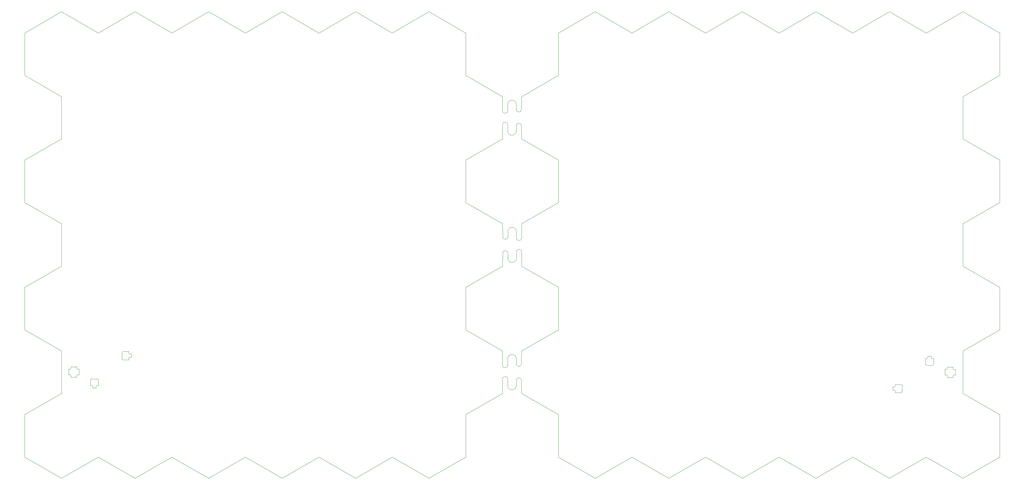
<source format=gbr>
%TF.GenerationSoftware,KiCad,Pcbnew,7.0.9*%
%TF.CreationDate,2023-12-25T02:24:27+05:30*%
%TF.ProjectId,HiveKB,48697665-4b42-42e6-9b69-6361645f7063,rev?*%
%TF.SameCoordinates,Original*%
%TF.FileFunction,Profile,NP*%
%FSLAX46Y46*%
G04 Gerber Fmt 4.6, Leading zero omitted, Abs format (unit mm)*
G04 Created by KiCad (PCBNEW 7.0.9) date 2023-12-25 02:24:27*
%MOMM*%
%LPD*%
G01*
G04 APERTURE LIST*
%TA.AperFunction,Profile*%
%ADD10C,0.100000*%
%TD*%
%TA.AperFunction,Profile*%
%ADD11C,0.120000*%
%TD*%
G04 APERTURE END LIST*
D10*
X289081672Y-203263530D02*
X299831688Y-197057010D01*
X219081576Y-137391810D02*
X219031569Y-141198251D01*
X364331784Y-72926610D02*
X364331784Y-85339650D01*
X224531576Y-174630930D02*
X224581576Y-178437450D01*
X154531480Y-203263530D02*
X143781464Y-197057010D01*
X219031576Y-170200930D02*
X219031570Y-166024331D01*
X208281367Y-197056933D02*
X197531369Y-203263450D01*
X208281367Y-197056933D02*
X208281554Y-184643893D01*
X219081576Y-132591810D02*
X219031575Y-128785210D01*
X353581768Y-66720090D02*
X364331784Y-72926610D01*
X208281557Y-85339572D02*
X208281368Y-72926615D01*
X224581576Y-137021810D02*
X224581576Y-141198330D01*
X143781371Y-72926613D02*
X154531372Y-66720095D01*
X364331784Y-110165730D02*
X364331784Y-122578770D01*
X197531369Y-203263450D02*
X186781375Y-197056929D01*
X332081736Y-66720090D02*
X342831752Y-72926610D01*
X208281559Y-110165650D02*
X219031575Y-103959130D01*
X235331592Y-72926610D02*
X246081608Y-66720090D01*
X90031384Y-178437450D02*
X79281368Y-184643970D01*
X79281369Y-72926614D02*
X90031367Y-66720097D01*
X289081672Y-66720090D02*
X299831688Y-72926610D01*
X364331784Y-184643970D02*
X353581768Y-178437450D01*
X79281368Y-85339647D02*
X79281369Y-72926614D01*
X219031570Y-166024331D02*
X208281555Y-159817813D01*
X100781369Y-72926611D02*
X111531374Y-66720096D01*
X224581576Y-178437450D02*
X235331592Y-184643970D01*
X342831752Y-72926610D02*
X353581768Y-66720090D01*
X299831688Y-72926610D02*
X310581704Y-66720090D01*
X219031575Y-128785210D02*
X208281559Y-122578690D01*
X310581704Y-203263530D02*
X321331720Y-197057010D01*
X90031368Y-128785257D02*
X79281371Y-122578742D01*
X278331656Y-197057010D02*
X289081672Y-203263530D01*
X90031366Y-103959195D02*
X90031368Y-91546161D01*
X219031576Y-178437367D02*
X219031576Y-174260930D01*
X342831752Y-197057010D02*
X353581768Y-203263530D01*
X353581768Y-128785290D02*
X353581768Y-141198330D01*
X176031374Y-66720093D02*
X186781369Y-72926614D01*
X90031384Y-203263530D02*
X100781400Y-197057010D01*
X235331592Y-85339650D02*
X224581576Y-91546170D01*
X208281554Y-147404771D02*
X219031569Y-141198251D01*
X165281369Y-72926616D02*
X176031374Y-66720093D01*
X353581768Y-141198330D02*
X364331784Y-147404850D01*
X79281371Y-122578742D02*
X79281370Y-110165710D01*
X267581640Y-66720090D02*
X278331656Y-72926610D01*
X208281554Y-184643893D02*
X219031576Y-178437367D01*
X353581768Y-178437450D02*
X353581768Y-166024410D01*
X321331720Y-72926610D02*
X332081736Y-66720090D01*
X79281368Y-147404850D02*
X79281368Y-159817890D01*
X256831624Y-72926610D02*
X267581640Y-66720090D01*
X235331592Y-122578770D02*
X224581576Y-128785290D01*
X90031384Y-166024410D02*
X90031384Y-178437450D01*
X235331592Y-110165730D02*
X235331592Y-122578770D01*
X224581576Y-103959210D02*
X224531576Y-100152690D01*
X235331592Y-147404850D02*
X235331592Y-159817890D01*
X256831624Y-197057010D02*
X267581640Y-203263530D01*
X235331592Y-184643970D02*
X235331592Y-197057010D01*
X267581640Y-203263530D02*
X278331656Y-197057010D01*
X122281369Y-72926614D02*
X133031371Y-66720099D01*
X364331784Y-85339650D02*
X353581768Y-91546170D01*
X224581576Y-132961810D02*
X224581576Y-128785290D01*
X186781375Y-197056929D02*
X176031512Y-203263530D01*
X353581768Y-203263530D02*
X364331784Y-197057010D01*
X353581768Y-103959210D02*
X364331784Y-110165730D01*
X154531372Y-66720095D02*
X165281369Y-72926616D01*
X219031575Y-91546090D02*
X208281557Y-85339572D01*
X278331656Y-72926610D02*
X289081672Y-66720090D01*
X219031576Y-99782690D02*
X219031575Y-103959130D01*
X299831688Y-197057010D02*
X310581704Y-203263530D01*
X246081608Y-203263530D02*
X256831624Y-197057010D01*
X143781464Y-197057010D02*
X133031448Y-203263530D01*
X133031448Y-203263530D02*
X122281432Y-197057010D01*
X186781369Y-72926614D02*
X197531370Y-66720091D01*
X90031384Y-141198330D02*
X79281368Y-147404850D01*
X133031371Y-66720099D02*
X143781371Y-72926613D01*
X100781400Y-197057010D02*
X111531416Y-203263530D01*
X224531576Y-95352690D02*
X224581576Y-91546170D01*
X219031575Y-91546090D02*
X219031576Y-95722690D01*
X364331784Y-122578770D02*
X353581768Y-128785290D01*
X79281368Y-184643970D02*
X79281368Y-197057010D01*
X79281368Y-159817890D02*
X90031384Y-166024410D01*
X321331720Y-197057010D02*
X332081736Y-203263530D01*
X90031368Y-91546161D02*
X79281368Y-85339647D01*
X332081736Y-203263530D02*
X342831752Y-197057010D01*
X364331784Y-197057010D02*
X364331784Y-184643970D01*
X208281559Y-122578690D02*
X208281559Y-110165650D01*
X79281370Y-110165710D02*
X90031366Y-103959195D01*
X235331592Y-159817890D02*
X224581576Y-166024410D01*
X310581704Y-66720090D02*
X321331720Y-72926610D01*
X90031367Y-66720097D02*
X100781369Y-72926611D01*
X79281368Y-197057010D02*
X90031384Y-203263530D01*
X197531370Y-66720091D02*
X208281368Y-72926615D01*
X176031512Y-203263530D02*
X165281496Y-197057010D01*
X111531374Y-66720096D02*
X122281369Y-72926614D01*
X224581576Y-103959210D02*
X235331592Y-110165730D01*
X353581768Y-91546170D02*
X353581768Y-103959210D01*
X165281496Y-197057010D02*
X154531480Y-203263530D01*
X224581576Y-166024410D02*
X224531576Y-169830930D01*
X246081608Y-66720090D02*
X256831624Y-72926610D01*
X111531416Y-203263530D02*
X122281432Y-197057010D01*
X353581768Y-166024410D02*
X364331784Y-159817890D01*
X235331592Y-72926610D02*
X235331592Y-85339650D01*
X364331784Y-159817890D02*
X364331784Y-147404850D01*
X90031368Y-128785257D02*
X90031384Y-141198330D01*
X208281555Y-159817813D02*
X208281554Y-147404771D01*
X224581576Y-141198330D02*
X235331592Y-147404850D01*
X235331592Y-197057010D02*
X246081608Y-203263530D01*
%TO.C,MB5*%
X220581576Y-131091810D02*
X220581576Y-132591810D01*
X220581576Y-137391810D02*
X220581576Y-138891810D01*
X223081576Y-132961810D02*
X223081576Y-131091810D01*
X223081576Y-138891810D02*
X223081576Y-137021810D01*
X220581576Y-137391810D02*
G75*
G03*
X219081576Y-137391810I-750000J0D01*
G01*
X223081576Y-131091810D02*
G75*
G03*
X220581576Y-131091810I-1250000J0D01*
G01*
X219081576Y-132591810D02*
G75*
G03*
X220581576Y-132591810I750000J0D01*
G01*
X224581576Y-137021810D02*
G75*
G03*
X223081576Y-137021810I-750000J0D01*
G01*
X220581576Y-138891810D02*
G75*
G03*
X223081576Y-138891810I1250000J0D01*
G01*
X223081576Y-132961810D02*
G75*
G03*
X224581576Y-132961810I750000J0D01*
G01*
D11*
%TO.C,U1*%
X100230864Y-176860855D02*
X99189464Y-176860855D01*
X98503664Y-176175055D02*
X98503664Y-174574855D01*
X100916664Y-174574855D02*
X100916664Y-176175055D01*
X98884664Y-174193855D02*
X100535664Y-174193855D01*
X94515864Y-173685855D02*
X92839464Y-173685855D01*
X92153664Y-173000055D02*
X92153664Y-171323655D01*
X95201664Y-173000055D02*
X95201664Y-171323655D01*
X94515864Y-170637855D02*
X92839464Y-170637855D01*
X109755864Y-168605855D02*
X108155664Y-168605355D01*
X107774664Y-168224355D02*
X107774664Y-166573355D01*
X110441664Y-166878655D02*
X110441664Y-167920055D01*
X108155664Y-166192355D02*
X109755864Y-166192855D01*
X100916664Y-176175055D02*
G75*
G03*
X100230864Y-176860855I-247753J-438047D01*
G01*
X99189464Y-176860855D02*
G75*
G03*
X98503664Y-176175055I-438047J247753D01*
G01*
X98884664Y-174193855D02*
G75*
G03*
X98503664Y-174574855I-1J-380999D01*
G01*
X100916664Y-174574855D02*
G75*
G03*
X100535664Y-174193855I-380999J1D01*
G01*
X95201664Y-173000055D02*
G75*
G03*
X94515864Y-173685855I-247753J-438047D01*
G01*
X92839464Y-173685855D02*
G75*
G03*
X92153664Y-173000055I-438047J247753D01*
G01*
X94515864Y-170637855D02*
G75*
G03*
X95201664Y-171323655I438047J-247753D01*
G01*
X92153664Y-171323655D02*
G75*
G03*
X92839464Y-170637855I247750J438050D01*
G01*
X110441664Y-167920055D02*
G75*
G03*
X109755864Y-168605855I-247750J-438050D01*
G01*
X107774664Y-168224355D02*
G75*
G03*
X108155664Y-168605355I381000J0D01*
G01*
X109755864Y-166192855D02*
G75*
G03*
X110441664Y-166878655I438050J-247750D01*
G01*
X108155664Y-166192355D02*
G75*
G03*
X107774664Y-166573355I0J-381000D01*
G01*
%TO.C,U2*%
X343351188Y-167567925D02*
X344392588Y-167567925D01*
X345078388Y-168253725D02*
X345078388Y-169853925D01*
X342665388Y-169853925D02*
X342665388Y-168253725D01*
X344697388Y-170234925D02*
X343046388Y-170234925D01*
X349066188Y-170742925D02*
X350742588Y-170742925D01*
X351428388Y-171428725D02*
X351428388Y-173105125D01*
X348380388Y-171428725D02*
X348380388Y-173105125D01*
X349066188Y-173790925D02*
X350742588Y-173790925D01*
X333826188Y-175822925D02*
X335426388Y-175823425D01*
X335807388Y-176204425D02*
X335807388Y-177855425D01*
X333140388Y-177550125D02*
X333140388Y-176508725D01*
X335426388Y-178236425D02*
X333826188Y-178235925D01*
X342665388Y-168253725D02*
G75*
G03*
X343351188Y-167567925I247753J438047D01*
G01*
X344392588Y-167567925D02*
G75*
G03*
X345078388Y-168253725I438047J-247753D01*
G01*
X344697388Y-170234925D02*
G75*
G03*
X345078388Y-169853925I1J380999D01*
G01*
X342665388Y-169853925D02*
G75*
G03*
X343046388Y-170234925I380999J-1D01*
G01*
X348380388Y-171428725D02*
G75*
G03*
X349066188Y-170742925I247753J438047D01*
G01*
X350742588Y-170742925D02*
G75*
G03*
X351428388Y-171428725I438047J-247753D01*
G01*
X349066188Y-173790925D02*
G75*
G03*
X348380388Y-173105125I-438047J247753D01*
G01*
X351428388Y-173105125D02*
G75*
G03*
X350742588Y-173790925I-247750J-438050D01*
G01*
X333140388Y-176508725D02*
G75*
G03*
X333826188Y-175822925I247750J438050D01*
G01*
X335807388Y-176204425D02*
G75*
G03*
X335426388Y-175823425I-381000J0D01*
G01*
X333826188Y-178235925D02*
G75*
G03*
X333140388Y-177550125I-438050J247750D01*
G01*
X335426388Y-178236425D02*
G75*
G03*
X335807388Y-177855425I0J381000D01*
G01*
D10*
%TO.C,MB5*%
X223031576Y-176130930D02*
X223031576Y-174630930D01*
X223031576Y-169830930D02*
X223031576Y-168330930D01*
X220531576Y-174260930D02*
X220531576Y-176130930D01*
X220531576Y-168330930D02*
X220531576Y-170200930D01*
X223031576Y-169830930D02*
G75*
G03*
X224531576Y-169830930I750000J0D01*
G01*
X220531576Y-176130930D02*
G75*
G03*
X223031576Y-176130930I1250000J0D01*
G01*
X224531576Y-174630930D02*
G75*
G03*
X223031576Y-174630930I-750000J0D01*
G01*
X219031576Y-170200930D02*
G75*
G03*
X220531576Y-170200930I750000J0D01*
G01*
X223031576Y-168330930D02*
G75*
G03*
X220531576Y-168330930I-1250000J0D01*
G01*
X220531576Y-174260930D02*
G75*
G03*
X219031576Y-174260930I-750000J0D01*
G01*
X223031576Y-101652690D02*
X223031576Y-100152690D01*
X223031576Y-95352690D02*
X223031576Y-93852690D01*
X220531576Y-99782690D02*
X220531576Y-101652690D01*
X220531576Y-93852690D02*
X220531576Y-95722690D01*
X223031576Y-95352690D02*
G75*
G03*
X224531576Y-95352690I750000J0D01*
G01*
X220531576Y-101652690D02*
G75*
G03*
X223031576Y-101652690I1250000J0D01*
G01*
X224531576Y-100152690D02*
G75*
G03*
X223031576Y-100152690I-750000J0D01*
G01*
X219031576Y-95722690D02*
G75*
G03*
X220531576Y-95722690I750000J0D01*
G01*
X223031576Y-93852690D02*
G75*
G03*
X220531576Y-93852690I-1250000J0D01*
G01*
X220531576Y-99782690D02*
G75*
G03*
X219031576Y-99782690I-750000J0D01*
G01*
%TD*%
M02*

</source>
